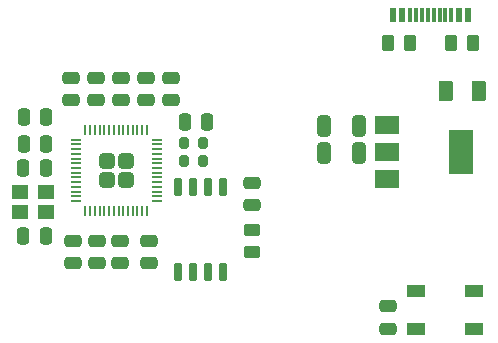
<source format=gbr>
%TF.GenerationSoftware,KiCad,Pcbnew,(6.0.8)*%
%TF.CreationDate,2022-10-11T12:28:16+11:00*%
%TF.ProjectId,PicoGamePad_V3_0_0_A,5069636f-4761-46d6-9550-61645f56335f,4.0.0 (Rev A)*%
%TF.SameCoordinates,Original*%
%TF.FileFunction,Paste,Bot*%
%TF.FilePolarity,Positive*%
%FSLAX46Y46*%
G04 Gerber Fmt 4.6, Leading zero omitted, Abs format (unit mm)*
G04 Created by KiCad (PCBNEW (6.0.8)) date 2022-10-11 12:28:16*
%MOMM*%
%LPD*%
G01*
G04 APERTURE LIST*
G04 Aperture macros list*
%AMRoundRect*
0 Rectangle with rounded corners*
0 $1 Rounding radius*
0 $2 $3 $4 $5 $6 $7 $8 $9 X,Y pos of 4 corners*
0 Add a 4 corners polygon primitive as box body*
4,1,4,$2,$3,$4,$5,$6,$7,$8,$9,$2,$3,0*
0 Add four circle primitives for the rounded corners*
1,1,$1+$1,$2,$3*
1,1,$1+$1,$4,$5*
1,1,$1+$1,$6,$7*
1,1,$1+$1,$8,$9*
0 Add four rect primitives between the rounded corners*
20,1,$1+$1,$2,$3,$4,$5,0*
20,1,$1+$1,$4,$5,$6,$7,0*
20,1,$1+$1,$6,$7,$8,$9,0*
20,1,$1+$1,$8,$9,$2,$3,0*%
G04 Aperture macros list end*
%ADD10RoundRect,0.200000X0.200000X0.275000X-0.200000X0.275000X-0.200000X-0.275000X0.200000X-0.275000X0*%
%ADD11R,2.000000X1.500000*%
%ADD12R,2.000000X3.800000*%
%ADD13RoundRect,0.250000X0.475000X-0.250000X0.475000X0.250000X-0.475000X0.250000X-0.475000X-0.250000X0*%
%ADD14RoundRect,0.150000X0.150000X-0.650000X0.150000X0.650000X-0.150000X0.650000X-0.150000X-0.650000X0*%
%ADD15RoundRect,0.250000X-0.475000X0.250000X-0.475000X-0.250000X0.475000X-0.250000X0.475000X0.250000X0*%
%ADD16R,1.500000X1.000000*%
%ADD17RoundRect,0.250000X0.250000X0.475000X-0.250000X0.475000X-0.250000X-0.475000X0.250000X-0.475000X0*%
%ADD18R,1.400000X1.200000*%
%ADD19RoundRect,0.250000X-0.250000X-0.475000X0.250000X-0.475000X0.250000X0.475000X-0.250000X0.475000X0*%
%ADD20RoundRect,0.250000X0.450000X-0.262500X0.450000X0.262500X-0.450000X0.262500X-0.450000X-0.262500X0*%
%ADD21RoundRect,0.250000X0.325000X0.650000X-0.325000X0.650000X-0.325000X-0.650000X0.325000X-0.650000X0*%
%ADD22RoundRect,0.250000X0.262500X0.450000X-0.262500X0.450000X-0.262500X-0.450000X0.262500X-0.450000X0*%
%ADD23RoundRect,0.249999X0.395001X-0.395001X0.395001X0.395001X-0.395001X0.395001X-0.395001X-0.395001X0*%
%ADD24RoundRect,0.050000X0.050000X-0.387500X0.050000X0.387500X-0.050000X0.387500X-0.050000X-0.387500X0*%
%ADD25RoundRect,0.050000X0.387500X-0.050000X0.387500X0.050000X-0.387500X0.050000X-0.387500X-0.050000X0*%
%ADD26R,0.600000X1.160000*%
%ADD27R,0.300000X1.160000*%
%ADD28RoundRect,0.250000X0.375000X0.625000X-0.375000X0.625000X-0.375000X-0.625000X0.375000X-0.625000X0*%
%ADD29RoundRect,0.250000X-0.262500X-0.450000X0.262500X-0.450000X0.262500X0.450000X-0.262500X0.450000X0*%
G04 APERTURE END LIST*
D10*
%TO.C,R3*%
X132375000Y-74250000D03*
X130725000Y-74250000D03*
%TD*%
D11*
%TO.C,U1*%
X147900000Y-75750000D03*
D12*
X154200000Y-73450000D03*
D11*
X147900000Y-73450000D03*
X147900000Y-71150000D03*
%TD*%
D10*
%TO.C,R2*%
X132375000Y-72650000D03*
X130725000Y-72650000D03*
%TD*%
D13*
%TO.C,C7*%
X136500000Y-77950000D03*
X136500000Y-76050000D03*
%TD*%
D14*
%TO.C,U3*%
X134065001Y-83632167D03*
X132795001Y-83632167D03*
X131525001Y-83632167D03*
X130255001Y-83632167D03*
X130255001Y-76432167D03*
X131525001Y-76432167D03*
X132795001Y-76432167D03*
X134065001Y-76432167D03*
%TD*%
D15*
%TO.C,C14*%
X123340188Y-80982082D03*
X123340188Y-82882082D03*
%TD*%
%TO.C,C18*%
X125320087Y-80982082D03*
X125320087Y-82882082D03*
%TD*%
D16*
%TO.C,LED1*%
X150375000Y-88425000D03*
X150375000Y-85225000D03*
X155275000Y-85225000D03*
X155275000Y-88425000D03*
%TD*%
D13*
%TO.C,C11*%
X123300000Y-69050000D03*
X123300000Y-67150000D03*
%TD*%
%TO.C,C15*%
X121200000Y-69050000D03*
X121200000Y-67150000D03*
%TD*%
D17*
%TO.C,C6*%
X119050000Y-74840000D03*
X117150000Y-74840000D03*
%TD*%
D18*
%TO.C,Y1*%
X119066177Y-78539441D03*
X116866177Y-78539441D03*
X116866177Y-76839441D03*
X119066177Y-76839441D03*
%TD*%
D17*
%TO.C,C5*%
X119050000Y-80600000D03*
X117150000Y-80600000D03*
%TD*%
D19*
%TO.C,C9*%
X130810003Y-70932167D03*
X132710003Y-70932167D03*
%TD*%
D20*
%TO.C,R6*%
X136500000Y-81912500D03*
X136500000Y-80087500D03*
%TD*%
D21*
%TO.C,C3*%
X145575000Y-73550000D03*
X142625000Y-73550000D03*
%TD*%
%TO.C,C2*%
X145575000Y-71250000D03*
X142625000Y-71250000D03*
%TD*%
D22*
%TO.C,R5*%
X149837500Y-64200000D03*
X148012500Y-64200000D03*
%TD*%
D17*
%TO.C,C17*%
X119057598Y-70476952D03*
X117157598Y-70476952D03*
%TD*%
D13*
%TO.C,C1*%
X147990000Y-88400000D03*
X147990000Y-86500000D03*
%TD*%
D17*
%TO.C,C10*%
X119057598Y-72739694D03*
X117157598Y-72739694D03*
%TD*%
D23*
%TO.C,U4*%
X125800000Y-75800000D03*
X124200000Y-74200000D03*
X124200000Y-75800000D03*
X125800000Y-74200000D03*
D24*
X127600000Y-78437500D03*
X127200000Y-78437500D03*
X126800000Y-78437500D03*
X126400000Y-78437500D03*
X126000000Y-78437500D03*
X125600000Y-78437500D03*
X125200000Y-78437500D03*
X124800000Y-78437500D03*
X124400000Y-78437500D03*
X124000000Y-78437500D03*
X123600000Y-78437500D03*
X123200000Y-78437500D03*
X122800000Y-78437500D03*
X122400000Y-78437500D03*
D25*
X121562500Y-77600000D03*
X121562500Y-77200000D03*
X121562500Y-76800000D03*
X121562500Y-76400000D03*
X121562500Y-76000000D03*
X121562500Y-75600000D03*
X121562500Y-75200000D03*
X121562500Y-74800000D03*
X121562500Y-74400000D03*
X121562500Y-74000000D03*
X121562500Y-73600000D03*
X121562500Y-73200000D03*
X121562500Y-72800000D03*
X121562500Y-72400000D03*
D24*
X122400000Y-71562500D03*
X122800000Y-71562500D03*
X123200000Y-71562500D03*
X123600000Y-71562500D03*
X124000000Y-71562500D03*
X124400000Y-71562500D03*
X124800000Y-71562500D03*
X125200000Y-71562500D03*
X125600000Y-71562500D03*
X126000000Y-71562500D03*
X126400000Y-71562500D03*
X126800000Y-71562500D03*
X127200000Y-71562500D03*
X127600000Y-71562500D03*
D25*
X128437500Y-72400000D03*
X128437500Y-72800000D03*
X128437500Y-73200000D03*
X128437500Y-73600000D03*
X128437500Y-74000000D03*
X128437500Y-74400000D03*
X128437500Y-74800000D03*
X128437500Y-75200000D03*
X128437500Y-75600000D03*
X128437500Y-76000000D03*
X128437500Y-76400000D03*
X128437500Y-76800000D03*
X128437500Y-77200000D03*
X128437500Y-77600000D03*
%TD*%
D26*
%TO.C,J1*%
X148425000Y-61810000D03*
X149225000Y-61810000D03*
D27*
X150375000Y-61810000D03*
X151375000Y-61810000D03*
X151875000Y-61810000D03*
X152875000Y-61810000D03*
D26*
X154025000Y-61810000D03*
X154825000Y-61810000D03*
X154825000Y-61810000D03*
X154025000Y-61810000D03*
D27*
X153375000Y-61810000D03*
X152375000Y-61810000D03*
X150875000Y-61810000D03*
X149875000Y-61810000D03*
D26*
X149225000Y-61810000D03*
X148425000Y-61810000D03*
%TD*%
D28*
%TO.C,F1*%
X155700000Y-68250000D03*
X152900000Y-68250000D03*
%TD*%
D29*
%TO.C,R1*%
X153377500Y-64200000D03*
X155202500Y-64200000D03*
%TD*%
D13*
%TO.C,C12*%
X125400000Y-69050000D03*
X125400000Y-67150000D03*
%TD*%
D15*
%TO.C,C13*%
X127760003Y-80979685D03*
X127760003Y-82879685D03*
%TD*%
%TO.C,C16*%
X121360289Y-80982082D03*
X121360289Y-82882082D03*
%TD*%
D13*
%TO.C,C4*%
X127500000Y-69050000D03*
X127500000Y-67150000D03*
%TD*%
%TO.C,C8*%
X129600000Y-69050000D03*
X129600000Y-67150000D03*
%TD*%
M02*

</source>
